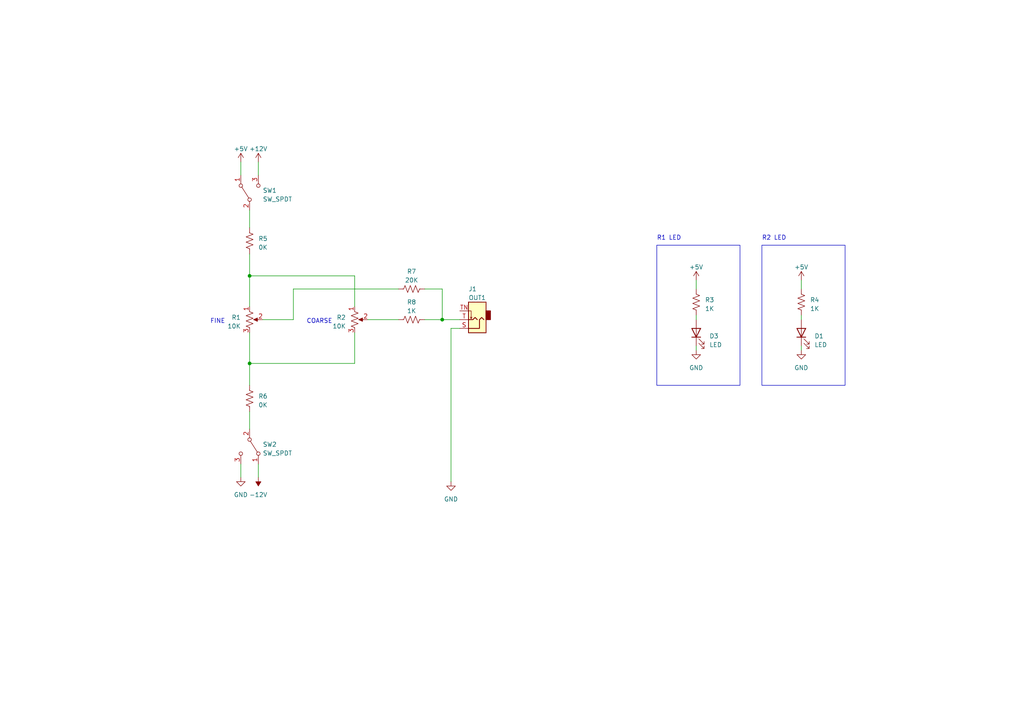
<source format=kicad_sch>
(kicad_sch (version 20230121) (generator eeschema)
  (paper "A4")
  (title_block (title "2411A Attenuator") (date "2023-08-27") (rev "1"))
  (lib_symbols
    (symbol "Connector_Audio:AudioJack2_SwitchT"
      (property "Reference" "J" (at 0 8.89 0))
      (property "Value" "AudioJack2_SwitchT" (at 0 6.35 0))
      (symbol "AudioJack2_SwitchT_0_1"
        (rectangle (start -2.54 0) (end -3.81 -2.54) (stroke (width 0.254)) (fill (type outline)))
        (polyline (pts (xy 1.778 -0.254) (xy 2.032 -0.762)))
        (polyline (pts (xy 0 0) (xy 0.635 -0.635) (xy 1.27 0) (xy 2.54 0)) (stroke (width 0.254)))
        (polyline (pts (xy 2.54 -2.54) (xy 1.778 -2.54) (xy 1.778 -0.254) (xy 1.524 -0.762)))
        (polyline (pts (xy 2.54 2.54) (xy -0.635 2.54) (xy -0.635 0) (xy -1.27 -0.635) (xy -1.905 0)) (stroke (width 0.254)))
        (rectangle (start 2.54 3.81) (end -2.54 -5.08) (stroke (width 0.254)) (fill (type background)))
      )
      (symbol "AudioJack2_SwitchT_1_1"
        (pin passive line (at 5.08 2.54 180) (length 2.54) (name "~") (number "S"))
        (pin passive line (at 5.08 0 180) (length 2.54) (name "~") (number "T"))
        (pin passive line (at 5.08 -2.54 180) (length 2.54) (name "~") (number "TN"))
      )
    )
    (symbol "Device:LED" (pin_numbers hide) (pin_names (offset 1.016) hide)
      (property "Reference" "D" (at 0 2.54 0))
      (property "Value" "LED" (at 0 -2.54 0))
      (symbol "LED_0_1"
        (polyline (pts (xy -1.27 -1.27) (xy -1.27 1.27)) (stroke (width 0.254)))
        (polyline (pts (xy -1.27 0) (xy 1.27 0)))
        (polyline (pts (xy 1.27 -1.27) (xy 1.27 1.27) (xy -1.27 0) (xy 1.27 -1.27)) (stroke (width 0.254)))
        (polyline (pts (xy -3.048 -0.762) (xy -4.572 -2.286) (xy -3.81 -2.286) (xy -4.572 -2.286) (xy -4.572 -1.524)))
        (polyline (pts (xy -1.778 -0.762) (xy -3.302 -2.286) (xy -2.54 -2.286) (xy -3.302 -2.286) (xy -3.302 -1.524)))
      )
      (symbol "LED_1_1"
        (pin passive line (at -3.81 0 0) (length 2.54) (name "K") (number "1"))
        (pin passive line (at 3.81 0 180) (length 2.54) (name "A") (number "2"))
      )
    )
    (symbol "Device:R_Potentiometer_US" (pin_names (offset 1.016) hide)
      (property "Reference" "RV" (at -4.445 0 90))
      (property "Value" "R_Potentiometer_US" (at -2.54 0 90))
      (symbol "R_Potentiometer_US_0_1"
        (polyline (pts (xy 0 -2.286) (xy 0 -2.54)))
        (polyline (pts (xy 0 2.54) (xy 0 2.286)))
        (polyline (pts (xy 2.54 0) (xy 1.524 0)))
        (polyline (pts (xy 1.143 0) (xy 2.286 0.508) (xy 2.286 -0.508) (xy 1.143 0)) (fill (type outline)))
        (polyline (pts (xy 0 -0.762) (xy 1.016 -1.143) (xy 0 -1.524) (xy -1.016 -1.905) (xy 0 -2.286)))
        (polyline (pts (xy 0 0.762) (xy 1.016 0.381) (xy 0 0) (xy -1.016 -0.381) (xy 0 -0.762)))
        (polyline (pts (xy 0 2.286) (xy 1.016 1.905) (xy 0 1.524) (xy -1.016 1.143) (xy 0 0.762)))
      )
      (symbol "R_Potentiometer_US_1_1"
        (pin passive line (at 0 3.81 270) (length 1.27) (name "1") (number "1"))
        (pin passive line (at 3.81 0 180) (length 1.27) (name "2") (number "2"))
        (pin passive line (at 0 -3.81 90) (length 1.27) (name "3") (number "3"))
      )
    )
    (symbol "Device:R_US" (pin_numbers hide) (pin_names (offset 0))
      (property "Reference" "R" (at 2.54 0 90))
      (property "Value" "R_US" (at -2.54 0 90))
      (symbol "R_US_0_1"
        (polyline (pts (xy 0 -2.286) (xy 0 -2.54)))
        (polyline (pts (xy 0 2.286) (xy 0 2.54)))
        (polyline (pts (xy 0 -0.762) (xy 1.016 -1.143) (xy 0 -1.524) (xy -1.016 -1.905) (xy 0 -2.286)))
        (polyline (pts (xy 0 0.762) (xy 1.016 0.381) (xy 0 0) (xy -1.016 -0.381) (xy 0 -0.762)))
        (polyline (pts (xy 0 2.286) (xy 1.016 1.905) (xy 0 1.524) (xy -1.016 1.143) (xy 0 0.762)))
      )
      (symbol "R_US_1_1"
        (pin passive line (at 0 3.81 270) (length 1.27) (name "~") (number "1"))
        (pin passive line (at 0 -3.81 90) (length 1.27) (name "~") (number "2"))
      )
    )
    (symbol "Switch:SW_SPDT" (pin_names (offset 0) hide)
      (property "Reference" "SW" (at 0 4.318 0))
      (property "Value" "SW_SPDT" (at 0 -5.08 0))
      (symbol "SW_SPDT_0_0"
        (circle (center -2.032 0) (radius 0.508))
        (circle (center 2.032 -2.54) (radius 0.508))
      )
      (symbol "SW_SPDT_0_1"
        (polyline (pts (xy -1.524 0.254) (xy 1.651 2.286)))
        (circle (center 2.032 2.54) (radius 0.508))
      )
      (symbol "SW_SPDT_1_1"
        (pin passive line (at 5.08 2.54 180) (length 2.54) (name "A") (number "1"))
        (pin passive line (at -5.08 0 0) (length 2.54) (name "B") (number "2"))
        (pin passive line (at 5.08 -2.54 180) (length 2.54) (name "C") (number "3"))
      )
    )
    (symbol "power:+12V" (power) (pin_names (offset 0))
      (property "Value" "+12V" (at 0 3.556 0))
      (symbol "+12V_0_1"
        (polyline (pts (xy -0.762 1.27) (xy 0 2.54)))
        (polyline (pts (xy 0 0) (xy 0 2.54)))
        (polyline (pts (xy 0 2.54) (xy 0.762 1.27)))
      )
      (symbol "+12V_1_1"
        (pin power_in line (at 0 0 90) (length 0) hide (name "+12V") (number "1"))
      )
    )
    (symbol "power:+5V" (power) (pin_names (offset 0))
      (property "Value" "+5V" (at 0 3.556 0))
      (symbol "+5V_0_1"
        (polyline (pts (xy -0.762 1.27) (xy 0 2.54)))
        (polyline (pts (xy 0 0) (xy 0 2.54)))
        (polyline (pts (xy 0 2.54) (xy 0.762 1.27)))
      )
      (symbol "+5V_1_1"
        (pin power_in line (at 0 0 90) (length 0) hide (name "+5V") (number "1"))
      )
    )
    (symbol "power:-12V" (power) (pin_names (offset 0))
      (property "Value" "-12V" (at 0 3.81 0))
      (symbol "-12V_0_0"
        (pin power_in line (at 0 0 90) (length 0) hide (name "-12V") (number "1"))
      )
      (symbol "-12V_0_1"
        (polyline (pts (xy 0 0) (xy 0 1.27) (xy 0.762 1.27) (xy 0 2.54) (xy -0.762 1.27) (xy 0 1.27)) (fill (type outline)))
      )
    )
    (symbol "power:GND" (power) (pin_names (offset 0))
      (property "Value" "GND" (at 0 -3.81 0))
      (symbol "GND_0_1"
        (polyline (pts (xy 0 0) (xy 0 -1.27) (xy 1.27 -1.27) (xy 0 -2.54) (xy -1.27 -1.27) (xy 0 -1.27)))
      )
      (symbol "GND_1_1"
        (pin power_in line (at 0 0 270) (length 0) hide (name "GND") (number "1"))
      )
    )
  )
  (junction (at 72.39 80.01))
  (junction (at 72.39 105.41))
  (junction (at 128.27 92.71))
  (wire (pts (xy 106.68 92.71) (xy 115.57 92.71)))
  (wire (pts (xy 72.39 105.41) (xy 72.39 111.76)))
  (wire (pts (xy 130.81 95.25) (xy 130.81 139.7)))
  (wire (pts (xy 72.39 80.01) (xy 72.39 88.9)))
  (wire (pts (xy 69.85 46.99) (xy 69.85 50.8)))
  (wire (pts (xy 123.19 83.82) (xy 128.27 83.82)))
  (wire (pts (xy 72.39 96.52) (xy 72.39 105.41)))
  (wire (pts (xy 123.19 92.71) (xy 128.27 92.71)))
  (wire (pts (xy 72.39 60.96) (xy 72.39 66.04)))
  (wire (pts (xy 74.93 46.99) (xy 74.93 50.8)))
  (wire (pts (xy 76.2 92.71) (xy 85.09 92.71)))
  (wire (pts (xy 130.81 95.25) (xy 133.35 95.25)))
  (wire (pts (xy 102.87 96.52) (xy 102.87 105.41)))
  (wire (pts (xy 232.41 100.33) (xy 232.41 101.6)))
  (wire (pts (xy 232.41 91.44) (xy 232.41 92.71)))
  (wire (pts (xy 72.39 73.66) (xy 72.39 80.01)))
  (wire (pts (xy 128.27 83.82) (xy 128.27 92.71)))
  (wire (pts (xy 72.39 80.01) (xy 102.87 80.01)))
  (wire (pts (xy 201.93 100.33) (xy 201.93 101.6)))
  (wire (pts (xy 72.39 119.38) (xy 72.39 124.46)))
  (wire (pts (xy 201.93 91.44) (xy 201.93 92.71)))
  (wire (pts (xy 85.09 92.71) (xy 85.09 83.82)))
  (wire (pts (xy 72.39 105.41) (xy 102.87 105.41)))
  (wire (pts (xy 69.85 134.62) (xy 69.85 138.43)))
  (wire (pts (xy 128.27 92.71) (xy 133.35 92.71)))
  (wire (pts (xy 232.41 81.28) (xy 232.41 83.82)))
  (wire (pts (xy 102.87 88.9) (xy 102.87 80.01)))
  (wire (pts (xy 201.93 81.28) (xy 201.93 83.82)))
  (wire (pts (xy 85.09 83.82) (xy 115.57 83.82)))
  (wire (pts (xy 74.93 134.62) (xy 74.93 138.43)))
  (rectangle (start 220.98 71.12) (end 245.11 111.76))
  (rectangle (start 190.5 71.12) (end 214.63 111.76))
  (text "FINE" (at 60.96 93.98 0) (effects (font (size 1.27 1.27)) (justify left bottom)))
  (text "R1 LED" (at 190.5 69.85 0) (effects (font (size 1.27 1.27)) (justify left bottom)))
  (text "COARSE" (at 88.9 93.98 0) (effects (font (size 1.27 1.27)) (justify left bottom)))
  (text "R2 LED" (at 220.98 69.85 0) (effects (font (size 1.27 1.27)) (justify left bottom)))
  (symbol (lib_id "Device:R_Potentiometer_US") (at 102.87 92.71 0) (unit 1)
    (property "Reference" "R2" (at 100.33 92.075 0) (effects (justify right)))
    (property "Value" "10K" (at 100.33 94.615 0) (effects (justify right)))
  )
  (symbol (lib_id "Device:R_US") (at 201.93 87.63 180) (unit 1)
    (property "Reference" "R3" (at 204.47 86.995 0) (effects (justify right)))
    (property "Value" "1K" (at 204.47 89.535 0) (effects (justify right)))
  )
  (symbol (lib_id "power:+12V") (at 74.93 46.99 0) (unit 1)
    (property "Reference" "#PWR015" (effects hide))
    (property "Value" "+12V" (at 74.93 43.18 0))
  )
  (symbol (lib_id "Device:LED") (at 232.41 96.52 90) (unit 1)
    (property "Reference" "D1" (at 236.22 97.4725 90) (effects (justify right)))
    (property "Value" "LED" (at 236.22 100.0125 90) (effects (justify right)))
  )
  (symbol (lib_id "Device:R_US") (at 232.41 87.63 180) (unit 1)
    (property "Reference" "R4" (at 234.95 86.995 0) (effects (justify right)))
    (property "Value" "1K" (at 234.95 89.535 0) (effects (justify right)))
  )
  (symbol (lib_id "Device:R_Potentiometer_US") (at 72.39 92.71 0) (unit 1)
    (property "Reference" "R1" (at 69.85 92.075 0) (effects (justify right)))
    (property "Value" "10K" (at 69.85 94.615 0) (effects (justify right)))
  )
  (symbol (lib_id "Device:R_US") (at 119.38 83.82 90) (unit 1)
    (property "Reference" "R7" (at 119.38 78.74 90))
    (property "Value" "20K" (at 119.38 81.28 90))
  )
  (symbol (lib_id "power:-12V") (at 74.93 138.43 180) (unit 1)
    (property "Reference" "#PWR06" (effects hide))
    (property "Value" "-12V" (at 74.93 143.51 0))
  )
  (symbol (lib_id "Device:R_US") (at 119.38 92.71 90) (unit 1)
    (property "Reference" "R8" (at 119.38 87.63 90))
    (property "Value" "1K" (at 119.38 90.17 90))
  )
  (symbol (lib_id "power:+5V") (at 201.93 81.28 0) (unit 1)
    (property "Reference" "#PWR014" (effects hide))
    (property "Value" "+5V" (at 201.93 77.47 0))
  )
  (symbol (lib_id "Device:LED") (at 201.93 96.52 90) (unit 1)
    (property "Reference" "D3" (at 205.74 97.4725 90) (effects (justify right)))
    (property "Value" "LED" (at 205.74 100.0125 90) (effects (justify right)))
  )
  (symbol (lib_id "Device:R_US") (at 72.39 69.85 180) (unit 1)
    (property "Reference" "R5" (at 74.93 69.215 0) (effects (justify right)))
    (property "Value" "0K" (at 74.93 71.755 0) (effects (justify right)))
  )
  (symbol (lib_id "power:GND") (at 232.41 101.6 0) (unit 1)
    (property "Reference" "#PWR04" (effects hide))
    (property "Value" "GND" (at 232.41 106.68 0))
  )
  (symbol (lib_id "power:+5V") (at 69.85 46.99 0) (unit 1)
    (property "Reference" "#PWR01" (effects hide))
    (property "Value" "+5V" (at 69.85 43.18 0))
  )
  (symbol (lib_id "Connector_Audio:AudioJack2_SwitchT") (at 138.43 92.71 180) (unit 1)
    (property "Reference" "J1" (at 135.89 83.82 0) (effects (justify right)))
    (property "Value" "OUT1" (at 135.89 86.36 0) (effects (justify right)))
  )
  (symbol (lib_id "Switch:SW_SPDT") (at 72.39 55.88 90) (unit 1)
    (property "Reference" "SW1" (at 76.2 55.245 90) (effects (justify right)))
    (property "Value" "SW_SPDT" (at 76.2 57.785 90) (effects (justify right)))
  )
  (symbol (lib_id "Device:R_US") (at 72.39 115.57 180) (unit 1)
    (property "Reference" "R6" (at 74.93 114.935 0) (effects (justify right)))
    (property "Value" "0K" (at 74.93 117.475 0) (effects (justify right)))
  )
  (symbol (lib_id "power:GND") (at 130.81 139.7 0) (unit 1)
    (property "Reference" "#PWR012" (effects hide))
    (property "Value" "GND" (at 130.81 144.78 0))
  )
  (symbol (lib_id "Switch:SW_SPDT") (at 72.39 129.54 270) (unit 1)
    (property "Reference" "SW2" (at 76.2 128.905 90) (effects (justify left)))
    (property "Value" "SW_SPDT" (at 76.2 131.445 90) (effects (justify left)))
  )
  (symbol (lib_id "power:GND") (at 201.93 101.6 0) (unit 1)
    (property "Reference" "#PWR013" (effects hide))
    (property "Value" "GND" (at 201.93 106.68 0))
  )
  (symbol (lib_id "power:+5V") (at 232.41 81.28 0) (unit 1)
    (property "Reference" "#PWR03" (effects hide))
    (property "Value" "+5V" (at 232.41 77.47 0))
  )
  (symbol (lib_id "power:GND") (at 69.85 138.43 0) (unit 1)
    (property "Reference" "#PWR02" (effects hide))
    (property "Value" "GND" (at 69.85 143.51 0))
  )
)
</source>
